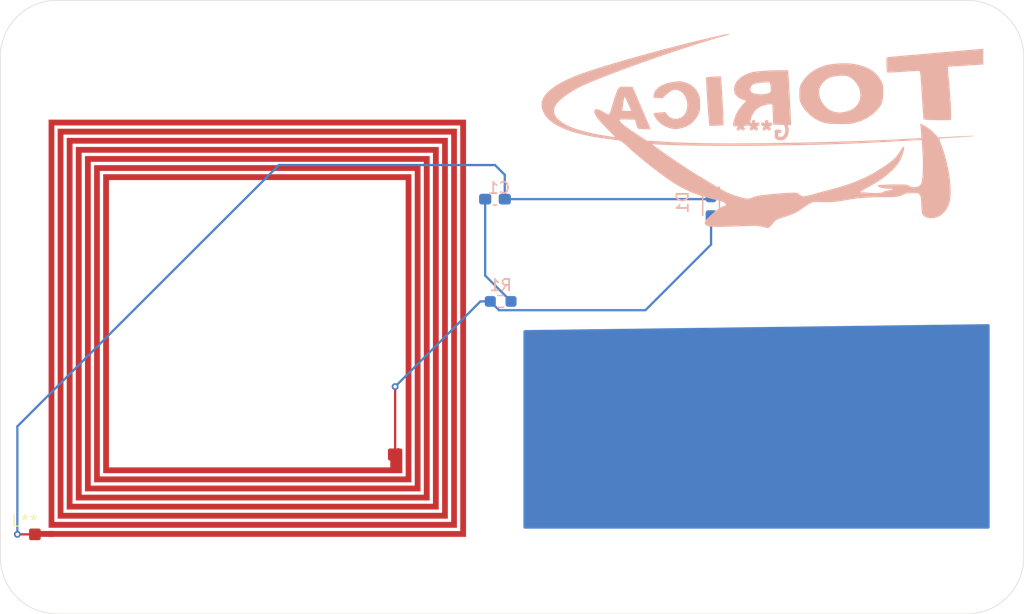
<source format=kicad_pcb>
(kicad_pcb (version 20241229) (generator "pcbnew") (generator_version "9.0")
  (layers (0 "F.Cu" signal) (2 "B.Cu" signal) (13 "F.Paste" user) (15 "B.Paste" user) (5 "F.SilkS" user "F.Silkscreen") (7 "B.SilkS" user "B.Silkscreen") (1 "F.Mask" user) (3 "B.Mask" user) (25 "Edge.Cuts" user))
  (net 0 "")
  (net 1 "Net-(D1-K)")
  (net 2 "Net-(C1-Pad2)")
  (net 3 "Net-(D1-A)")
  (footprint "lib:NFC_COIL_36.7x36.7_3uH" (layer "F.Cu") (at 113.25 90.2125)
    (property "Reference" "L**" (at -2.11 -1.4 0) (layer "F.SilkS") (effects (font (thickness 0.1))))
    (property "Value" "3.00 uH")
    (fp_rect (start -0.67 -0.41) (end 0.41 -0.09) (stroke (width 0.2)) (fill yes) (layer "F.Cu"))
    (fp_rect (start 30.14 -6.795) (end 31 -6.105) (stroke (width 0.2)) (fill yes) (layer "F.Cu"))
    (fp_poly (pts (xy 0 0) (xy 36.7 0) (xy 36.7 -36.7) (xy 0 -36.7) (xy 0 -0.8) (xy 35.9 -0.8) (xy 35.9 -35.9) (xy 0.8 -35.9) (xy 0.8 -1.6) (xy 35.1 -1.6) (xy 35.1 -35.1) (xy 1.6 -35.1) (xy 1.6 -2.4) (xy 34.3 -2.4) (xy 34.3 -34.3) (xy 2.4 -34.3) (xy 2.4 -3.2) (xy 33.5 -3.2) (xy 33.5 -33.5) (xy 3.2 -33.5) (xy 3.2 -4) (xy 32.7 -4) (xy 32.7 -32.7) (xy 4 -32.7) (xy 4 -4.8) (xy 31.9 -4.8) (xy 31.9 -31.9) (xy 4.8 -31.9) (xy 4.8 -5.6) (xy 31.1 -5.6) (xy 31.1 -6.1) (xy 30 -6.1) (xy 5.3 -6.1) (xy 5.3 -31.4) (xy 31.4 -31.4) (xy 31.4 -5.3) (xy 4.5 -5.3) (xy 4.5 -32.2) (xy 32.2 -32.2) (xy 32.2 -4.5) (xy 3.7 -4.5) (xy 3.7 -33) (xy 33 -33) (xy 33 -3.7) (xy 2.9 -3.7) (xy 2.9 -33.8) (xy 33.8 -33.8) (xy 33.8 -2.9) (xy 2.1 -2.9) (xy 2.1 -34.6) (xy 34.6 -34.6) (xy 34.6 -2.1) (xy 1.3 -2.1) (xy 1.3 -35.4) (xy 35.4 -35.4) (xy 35.4 -1.3) (xy 0.5 -1.3) (xy 0.5 -36.2) (xy 36.2 -36.2) (xy 36.2 -0.5) (xy 0 -0.5)) (stroke (width 0.01)) (fill yes) (layer "F.Cu"))
    (pad "1" smd roundrect (at 30.470625 -7.23875) (size 1.26125 1.0625) (layers "F.Cu" "F.Mask" "F.Paste") (roundrect_rratio 0.15) (net 3 "Net-(D1-A)"))
    (pad "2" smd roundrect (at -1.20875 -0.2125) (size 1.0225 1.025) (layers "F.Cu" "F.Mask" "F.Paste") (roundrect_rratio 0.15) (net 1 "Net-(D1-K)"))
  )
  (footprint "Capacitor_SMD:C_0603_1608Metric_Pad1.08x0.95mm_HandSolder" (layer "B.Cu") (at 152.5 60.5 180)
    (property "Reference" "C1" (at -0.35 0.99 0) (layer "B.SilkS") (effects (justify mirror)))
    (property "Value" "C")
    (fp_line (start -0.146267 0.51) (end 0.146267 0.51) (stroke (width 0.12)) (layer "B.SilkS"))
    (fp_line (start -0.146267 -0.51) (end 0.146267 -0.51) (stroke (width 0.12)) (layer "B.SilkS"))
    (pad "1" smd roundrect (at -0.8625 0 180) (size 1.075 0.95) (layers "B.Cu" "B.Mask" "B.Paste") (net 1 "Net-(D1-K)"))
    (pad "2" smd roundrect (at 0.8625 0 180) (size 1.075 0.95) (layers "B.Cu" "B.Mask" "B.Paste") (net 2 "Net-(C1-Pad2)"))
  )
  (footprint "lib:TORICA_LOGO" (layer "B.Cu") (at 176 54.5 180)
    (property "Reference" "G***" (at 0 0 0) (layer "B.SilkS") (effects (font (size 1.5 1.5) (thickness 0.3)) (justify mirror)))
    (property "Value" "LOGO" (hide yes))
    (fp_poly (pts (xy 4.028364 4.794973) (xy 4.255147 4.783218) (xy 4.48478 4.767654) (xy 4.691357 4.749855) (xy 4.848972 4.731393) (xy 4.931721 4.713839) (xy 4.935016 4.71211) (xy 4.94065 4.655024) (xy 4.93873 4.505314) (xy 4.930193 4.276965) (xy 4.915973 3.983962) (xy 4.897009 3.640291) (xy 4.874235 3.259938) (xy 4.848589 2.856888) (xy 4.821005 2.445126) (xy 4.792421 2.038638) (xy 4.763773 1.65141) (xy 4.735997 1.297426) (xy 4.710028 0.990673) (xy 4.686804 0.745135) (xy 4.66726 0.574799) (xy 4.652697 0.494632) (xy 4.588475 0.439894) (xy 4.560309 0.439068) (xy 4.480409 0.445424) (xy 4.31983 0.453538) (xy 4.104801 0.462192) (xy 3.943683 0.467675) (xy 3.395578 0.485005) (xy 3.397426 0.737135) (xy 3.401091 0.896033) (xy 3.409863 1.131815) (xy 3.422947 1.430288) (xy 3.43955 1.777259) (xy 3.458877 2.158534) (xy 3.480136 2.559921) (xy 3.502533 2.967226) (xy 3.525273 3.366256) (xy 3.547563 3.742817) (xy 3.56861 4.082717) (xy 3.58762 4.371762) (xy 3.603799 4.595758) (xy 3.616353 4.740514) (xy 3.624159 4.791669) (xy 3.686964 4.800771) (xy 3.830334 4.801348)) (fill yes) (layer "B.SilkS"))
    (fp_poly (pts (xy 7.480111 4.368804) (xy 7.715764 4.338435) (xy 7.856176 4.316523) (xy 8.37269 4.20314) (xy 8.79899 4.044437) (xy 9.133027 3.841885) (xy 9.372756 3.596959) (xy 9.516129 3.311133) (xy 9.55775 3.091551) (xy 9.571789 2.914317) (xy 9.157641 2.898704) (xy 8.743493 2.883091) (xy 8.377587 3.226747) (xy 8.125667 3.440808) (xy 7.907635 3.57034) (xy 7.703167 3.623006) (xy 7.491941 3.606466) (xy 7.419688 3.587833) (xy 7.146767 3.457653) (xy 6.925559 3.254189) (xy 6.758037 2.995377) (xy 6.646175 2.699151) (xy 6.591947 2.383447) (xy 6.597327 2.066201) (xy 6.664289 1.765346) (xy 6.794807 1.498818) (xy 6.990854 1.284553) (xy 7.154863 1.181558) (xy 7.460921 1.081923) (xy 7.759012 1.07436) (xy 8.030848 1.15447) (xy 8.25814 1.317852) (xy 8.378966 1.476036) (xy 8.492071 1.667733) (xy 8.978456 1.630066) (xy 9.248673 1.607311) (xy 9.425957 1.5828) (xy 9.524075 1.547529) (xy 9.556797 1.492491) (xy 9.537889 1.408683) (xy 9.486425 1.297809) (xy 9.250189 0.937194) (xy 8.933276 0.63269) (xy 8.552582 0.396617) (xy 8.125001 0.241295) (xy 8.000385 0.214178) (xy 7.77366 0.178175) (xy 7.58469 0.16829) (xy 7.38887 0.185875) (xy 7.141596 0.232282) (xy 7.098693 0.241513) (xy 6.645233 0.388981) (xy 6.256818 0.620884) (xy 5.931827 0.938531) (xy 5.668638 1.343233) (xy 5.623534 1.434186) (xy 5.546295 1.605455) (xy 5.497006 1.747921) (xy 5.469539 1.895097) (xy 5.457769 2.08049) (xy 5.455571 2.33761) (xy 5.455602 2.352843) (xy 5.461129 2.641511) (xy 5.479339 2.857172) (xy 5.51499 3.03347) (xy 5.572841 3.204051) (xy 5.577701 3.216288) (xy 5.786325 3.600887) (xy 6.073469 3.915347) (xy 6.432642 4.154422) (xy 6.857351 4.312864) (xy 6.964785 4.337587) (xy 7.13859 4.367577) (xy 7.299042 4.37825)) (fill yes) (layer "B.SilkS"))
    (fp_poly (pts (xy -19.023264 7.200897) (xy -18.72691 7.176422) (xy -18.360008 7.14556) (xy -17.932551 7.109189) (xy -17.454532 7.068189) (xy -16.935944 7.023439) (xy -16.386782 6.975818) (xy -15.817037 6.926206) (xy -15.236703 6.875481) (xy -14.655774 6.824523) (xy -14.084243 6.774212) (xy -13.532104 6.725426) (xy -13.009349 6.679045) (xy -12.525972 6.635949) (xy -12.091966 6.597015) (xy -11.717324 6.563124) (xy -11.412041 6.535155) (xy -11.186108 6.513987) (xy -11.04952 6.500499) (xy -11.012083 6.496032) (xy -10.965298 6.480716) (xy -10.934891 6.445414) (xy -10.918298 6.371521) (xy -10.912951 6.240434) (xy -10.916286 6.033547) (xy -10.922094 5.84346) (xy -10.931508 5.591551) (xy -10.941804 5.377666) (xy -10.951703 5.225161) (xy -10.959571 5.158433) (xy -11.015994 5.14272) (xy -11.172975 5.138448) (xy -11.43188 5.14566) (xy -11.794073 5.164398) (xy -12.260918 5.194706) (xy -12.3767 5.202852) (xy -12.754791 5.228679) (xy -13.099134 5.250126) (xy -13.394924 5.266438) (xy -13.627354 5.27686) (xy -13.781618 5.280637) (xy -13.841833 5.277571) (xy -13.861982 5.234209) (xy -13.883465 5.115727) (xy -13.906742 4.916926) (xy -13.932277 4.632607) (xy -13.96053 4.257571) (xy -13.991963 3.786618) (xy -14.027038 3.214549) (xy -14.030994 3.147679) (xy -14.059151 2.683729) (xy -14.086795 2.253493) (xy -14.113063 1.868601) (xy -14.137092 1.540685) (xy -14.158022 1.281375) (xy -14.174989 1.102303) (xy -14.18713 1.015098) (xy -14.189566 1.00871) (xy -14.25185 0.996648) (xy -14.401406 0.984705) (xy -14.61856 0.973403) (xy -14.883639 0.963267) (xy -15.176968 0.95482) (xy -15.478874 0.948584) (xy -15.769681 0.945084) (xy -16.029717 0.944843) (xy -16.239307 0.948385) (xy -16.322843 0.951953) (xy -16.60358 0.968116) (xy -16.602968 1.700585) (xy -16.597438 1.963755) (xy -16.582243 2.30816) (xy -16.558938 2.708675) (xy -16.529078 3.140178) (xy -16.49422 3.577547) (xy -16.469896 3.850106) (xy -16.434219 4.238654) (xy -16.402133 4.601286) (xy -16.374995 4.921578) (xy -16.354164 5.183108) (xy -16.340998 5.369452) (xy -16.336823 5.459515) (xy -16.336211 5.651871) (xy -16.93779 5.686222) (xy -17.203865 5.701949) (xy -17.5419 5.722723) (xy -17.917153 5.746367) (xy -18.294881 5.770704) (xy -18.488527 5.783424) (xy -19.437685 5.846276) (xy -19.437685 6.540458) (xy -19.437685 7.234641)) (fill yes) (layer "B.SilkS"))
    (fp_poly (pts (xy -6.788067 5.946234) (xy -6.331567 5.910757) (xy -5.908905 5.854369) (xy -5.55432 5.778928) (xy -5.535991 5.773846) (xy -4.992356 5.57767) (xy -4.499313 5.313904) (xy -4.069873 4.992365) (xy -3.717046 4.622873) (xy -3.453843 4.215245) (xy -3.443688 4.194892) (xy -3.361351 4.020854) (xy -3.308515 3.879741) (xy -3.278672 3.738203) (xy -3.265317 3.562889) (xy -3.261945 3.320448) (xy -3.261896 3.26302) (xy -3.26434 3.001479) (xy -3.275883 2.813091) (xy -3.302835 2.664098) (xy -3.35151 2.520743) (xy -3.428218 2.349268) (xy -3.435715 2.333408) (xy -3.620662 2.025021) (xy -3.878301 1.707377) (xy -4.181105 1.408562) (xy -4.50155 1.156659) (xy -4.717701 1.025329) (xy -4.979789 0.892054) (xy -5.204073 0.791814) (xy -5.413977 0.719575) (xy -5.632927 0.670305) (xy -5.884348 0.638971) (xy -6.191665 0.620538) (xy -6.578304 0.609973) (xy -6.657474 0.60853) (xy -7.071733 0.604328) (xy -7.398736 0.608511) (xy -7.657914 0.622013) (xy -7.8687 0.645764) (xy -8.021053 0.673982) (xy -8.66013 0.863167) (xy -9.235215 1.133194) (xy -9.741238 1.481302) (xy -10.070582 1.790036) (xy -10.289897 2.045192) (xy -10.446795 2.286033) (xy -10.550673 2.539094) (xy -10.610925 2.830908) (xy -10.631322 3.110812) (xy -8.630423 3.110812) (xy -8.594131 2.836806) (xy -8.553495 2.682637) (xy -8.402436 2.355181) (xy -8.160939 2.084065) (xy -7.829904 1.869995) (xy -7.410233 1.71368) (xy -7.277673 1.680519) (xy -6.83285 1.625073) (xy -6.412903 1.663129) (xy -6.042709 1.788938) (xy -5.725719 1.993686) (xy -5.447821 2.268317) (xy -5.224344 2.589869) (xy -5.070615 2.93538) (xy -5.001964 3.281887) (xy -4.99979 3.351276) (xy -5.032678 3.687773) (xy -5.140228 3.974441) (xy -5.335766 4.243267) (xy -5.39972 4.311191) (xy -5.647791 4.526425) (xy -5.919662 4.680582) (xy -6.237742 4.782051) (xy -6.624433 4.839224) (xy -6.848504 4.853732) (xy -7.101901 4.862577) (xy -7.279435 4.859591) (xy -7.411926 4.840478) (xy -7.530191 4.800941) (xy -7.656363 4.741093) (xy -7.980674 4.521179) (xy -8.257101 4.225055) (xy -8.462125 3.880646) (xy -8.528502 3.70562) (xy -8.608903 3.385823) (xy -8.630423 3.110812) (xy -10.631322 3.110812) (xy -10.636947 3.188011) (xy -10.640056 3.398353) (xy -10.639475 3.672247) (xy -10.632802 3.868497) (xy -10.614455 4.016403) (xy -10.578854 4.145267) (xy -10.520415 4.284391) (xy -10.439543 4.450966) (xy -10.196604 4.83808) (xy -9.877267 5.166796) (xy -9.477205 5.439719) (xy -8.992089 5.659454) (xy -8.417593 5.828606) (xy -8.018188 5.908613) (xy -7.665617 5.947021) (xy -7.244163 5.958942)) (fill yes) (layer "B.SilkS"))
    (fp_poly (pts (xy -1.56083 5.346576) (xy -1.108936 5.340471) (xy -0.65134 5.324143) (xy -0.208086 5.299084) (xy 0.200785 5.266788) (xy 0.555229 5.228744) (xy 0.835202 5.186446) (xy 0.962526 5.158757) (xy 1.411885 5.004056) (xy 1.793534 4.796188) (xy 2.099547 4.542961) (xy 2.321997 4.252186) (xy 2.452957 3.93167) (xy 2.486526 3.657443) (xy 2.441155 3.358333) (xy 2.303948 3.109771) (xy 2.07326 2.909933) (xy 1.747449 2.756999) (xy 1.644315 2.723913) (xy 1.507631 2.68069) (xy 1.426614 2.649597) (xy 1.417052 2.642762) (xy 1.452105 2.601311) (xy 1.545485 2.50307) (xy 1.67952 2.366495) (xy 1.731979 2.31384) (xy 2.066127 1.905016) (xy 2.328739 1.42043) (xy 2.450198 1.096211) (xy 2.508621 0.878436) (xy 2.543429 0.676202) (xy 2.552361 0.514411) (xy 2.533152 0.417965) (xy 2.513262 0.402192) (xy 2.442155 0.402175) (xy 2.286635 0.409442) (xy 2.068896 0.422756) (xy 1.811133 0.440875) (xy 1.783125 0.44297) (xy 1.106461 0.493878) (xy 1.071781 0.741571) (xy 0.961773 1.190848) (xy 0.770208 1.575588) (xy 0.503365 1.889673) (xy 0.16752 2.126984) (xy -0.231048 2.281403) (xy -0.567261 2.339129) (xy -0.744178 2.351549) (xy -0.840219 2.344105) (xy -0.880507 2.311144) (xy -0.88922 2.266691) (xy -0.893796 2.179327) (xy -0.901749 2.006795) (xy -0.912116 1.770785) (xy -0.923934 1.492988) (xy -0.929325 1.36358) (xy -0.962527 0.561475) (xy -1.737896 0.531816) (xy -2.014045 0.522269) (xy -2.249735 0.516049) (xy -2.425516 0.513519) (xy -2.521936 0.515042) (xy -2.534037 0.51694) (xy -2.535757 0.571445) (xy -2.531986 0.719395) (xy -2.523418 0.947467) (xy -2.510745 1.242337) (xy -2.49466 1.590681) (xy -2.475856 1.979177) (xy -2.455025 2.3945) (xy -2.432861 2.823327) (xy -2.410055 3.252336) (xy -2.390453 3.610592) (xy -0.753415 3.610592) (xy -0.71401 3.452026) (xy -0.614204 3.354703) (xy -0.515192 3.316342) (xy -0.241975 3.251027) (xy -0.008913 3.222481) (xy 0.233354 3.227949) (xy 0.500165 3.259692) (xy 0.695432 3.299686) (xy 0.858771 3.353856) (xy 0.941323 3.400588) (xy 1.023776 3.540818) (xy 1.035686 3.722401) (xy 0.977616 3.906808) (xy 0.932921 3.97529) (xy 0.841197 4.064107) (xy 0.713628 4.131452) (xy 0.533124 4.181863) (xy 0.282593 4.219884) (xy -0.055057 4.250054) (xy -0.117617 4.25441) (xy -0.36808 4.272022) (xy -0.532173 4.275265) (xy -0.63047 4.250711) (xy -0.683546 4.184931) (xy -0.711974 4.064495) (xy -0.736328 3.875975) (xy -0.739945 3.848206) (xy -0.753415 3.610592) (xy -2.390453 3.610592) (xy -2.387301 3.668201) (xy -2.365292 4.057601) (xy -2.34472 4.407211) (xy -2.326278 4.703707) (xy -2.310659 4.933768) (xy -2.298555 5.084068) (xy -2.294699 5.120106) (xy -2.266079 5.347369)) (fill yes) (layer "B.SilkS"))
    (fp_poly (pts (xy 3.08744 8.521353) (xy 3.362159 8.471552) (xy 3.714987 8.39959) (xy 4.137579 8.307505) (xy 4.621592 8.197335) (xy 5.158682 8.071117) (xy 5.740502 7.930889) (xy 6.35871 7.778688) (xy 7.004961 7.616551) (xy 7.67091 7.446516) (xy 8.348213 7.270621) (xy 9.028526 7.090903) (xy 9.703503 6.9094) (xy 10.364802 6.728149) (xy 11.004076 6.549187) (xy 11.122526 6.515564) (xy 12.092434 6.2374) (xy 12.965615 5.981989) (xy 13.749246 5.746746) (xy 14.4505 5.529085) (xy 15.076554 5.32642) (xy 15.634582 5.136165) (xy 16.131761 4.955735) (xy 16.575266 4.782543) (xy 16.972271 4.614005) (xy 17.329953 4.447533) (xy 17.655487 4.280543) (xy 17.956048 4.110448) (xy 18.181052 3.971858) (xy 18.640632 3.64057) (xy 18.993655 3.301201) (xy 19.240223 2.953461) (xy 19.380442 2.597063) (xy 19.414417 2.231716) (xy 19.342252 1.857133) (xy 19.164052 1.473023) (xy 19.114915 1.393822) (xy 18.832661 1.049389) (xy 18.447726 0.729383) (xy 17.96168 0.434373) (xy 17.376093 0.164925) (xy 16.692537 -0.078392) (xy 15.912582 -0.29501) (xy 15.037797 -0.48436) (xy 14.069755 -0.645876) (xy 13.148249 -0.763834) (xy 12.913018 -0.789908) (xy 12.731866 -0.814688) (xy 12.586155 -0.848122) (xy 12.457244 -0.900157) (xy 12.326493 -0.980742) (xy 12.175262 -1.099824) (xy 11.98491 -1.267352) (xy 11.736799 -1.493273) (xy 11.67378 -1.550736) (xy 11.239765 -1.935884) (xy 10.761139 -2.342661) (xy 10.253833 -2.758748) (xy 9.733777 -3.171827) (xy 9.216901 -3.569577) (xy 8.719136 -3.93968) (xy 8.256412 -4.269817) (xy 7.84466 -4.547668) (xy 7.596598 -4.703668) (xy 7.134715 -4.970381) (xy 6.687263 -5.200763) (xy 6.232153 -5.403566) (xy 5.747293 -5.587546) (xy 5.210595 -5.761456) (xy 4.599967 -5.934051) (xy 4.283604 -6.016581) (xy 3.924159 -6.111141) (xy 3.656723 -6.188554) (xy 3.468551 -6.253238) (xy 3.3469 -6.309611) (xy 3.279028 -6.362093) (xy 3.275716 -6.366038) (xy 3.197431 -6.480923) (xy 3.20569 -6.547506) (xy 3.309202 -6.588272) (xy 3.366358 -6.600005) (xy 3.581681 -6.678726) (xy 3.849825 -6.841709) (xy 4.164225 -7.084274) (xy 4.518313 -7.401742) (xy 4.595863 -7.476286) (xy 4.800414 -7.68019) (xy 4.936073 -7.830137) (xy 5.014942 -7.942014) (xy 5.049124 -8.031703) (xy 5.053262 -8.076633) (xy 5.043439 -8.17094) (xy 5.008546 -8.249505) (xy 4.940455 -8.313243) (xy 4.831033 -8.363066) (xy 4.672149 -8.399888) (xy 4.455672 -8.424621) (xy 4.173471 -8.43818) (xy 3.817416 -8.441478) (xy 3.379374 -8.435427) (xy 2.851215 -8.420942) (xy 2.224808 -8.398936) (xy 2.194165 -8.397783) (xy 1.711825 -8.379801) (xy 1.322875 -8.366285) (xy 1.01384 -8.357514) (xy 0.771245 -8.353766) (xy 0.581615 -8.355322) (xy 0.431474 -8.362461) (xy 0.307347 -8.375463) (xy 0.195759 -8.394606) (xy 0.083234 -8.420171) (xy -0.00891 -8.443478) (xy -0.21687 -8.495127) (xy -0.38795 -8.534242) (xy -0.493528 -8.554395) (xy -0.508889 -8.555789) (xy -0.581356 -8.519815) (xy -0.690441 -8.429052) (xy -0.740611 -8.379155) (xy -0.886839 -8.215905) (xy -1.031072 -8.040233) (xy -1.053832 -8.010546) (xy -1.122203 -7.929709) (xy -1.20269 -7.86331) (xy -1.314785 -7.8018) (xy -1.477981 -7.735625) (xy -1.711769 -7.655234) (xy -1.909411 -7.591282) (xy -2.296509 -7.463238) (xy -2.607484 -7.348071) (xy -2.869925 -7.232555) (xy -3.111422 -7.103464) (xy -3.359565 -6.947572) (xy -3.602907 -6.77944) (xy -3.886261 -6.580578) (xy -4.105941 -6.43665) (xy -4.284598 -6.339459) (xy -4.444885 -6.280807) (xy -4.609455 -6.252499) (xy -4.800958 -6.246337) (xy -5.042048 -6.254124) (xy -5.053264 -6.25462) (xy -5.512731 -6.270112) (xy -5.903152 -6.269953) (xy -6.261627 -6.25156) (xy -6.625254 -6.21235) (xy -7.031135 -6.149741) (xy -7.331189 -6.096015) (xy -7.824438 -6.011137) (xy -8.296867 -5.945076) (xy -8.772304 -5.89595) (xy -9.274573 -5.861877) (xy -9.827501 -5.840975) (xy -10.454912 -5.831362) (xy -10.694738 -5.830319) (xy -11.13768 -5.826893) (xy -11.488481 -5.817321) (xy -11.761865 -5.799647) (xy -11.972556 -5.771916) (xy -12.135277 -5.732172) (xy -12.264754 -5.67846) (xy -12.375709 -5.608824) (xy -12.378633 -5.606669) (xy -12.45952 -5.558896) (xy -12.563764 -5.526833) (xy -12.714252 -5.506942) (xy -12.93387 -5.495686) (xy -13.124794 -5.491319) (xy -13.728823 -5.481052) (xy -13.842728 -5.631943) (xy -13.889921 -5.706218) (xy -13.923858 -5.797155) (xy -13.947819 -5.925157) (xy -13.965084 -6.110629) (xy -13.978934 -6.373977) (xy -13.984581 -6.514258) (xy -14.004254 -6.883135) (xy -14.031295 -7.148395) (xy -14.066081 -7.313138) (xy -14.087133 -7.35977) (xy -14.257144 -7.527543) (xy -14.494078 -7.63515) (xy -14.77613 -7.682134) (xy -15.081495 -7.668041) (xy -15.38837 -7.592413) (xy -15.674949 -7.454794) (xy -15.762518 -7.394826) (xy -16.016702 -7.150278) (xy -16.241204 -6.828601) (xy -16.416723 -6.459114) (xy -16.458831 -6.337346) (xy -16.534995 -5.981185) (xy -16.569911 -5.542548) (xy -16.565696 -5.036719) (xy -16.524466 -4.478981) (xy -16.448339 -3.88462) (xy -16.339431 -3.268919) (xy -16.296145 -3.076088) (xy -14.127604 -3.076088) (xy -14.119362 -3.546598) (xy -14.096443 -3.957963) (xy -14.059443 -4.2963) (xy -14.008959 -4.547726) (xy -13.985796 -4.61909) (xy -13.873408 -4.775956) (xy -13.691055 -4.885944) (xy -13.467394 -4.943551) (xy -13.231079 -4.943278) (xy -13.010764 -4.879622) (xy -12.917958 -4.824089) (xy -12.85378 -4.781105) (xy -12.7836 -4.749988) (xy -12.68987 -4.728833) (xy -12.555047 -4.715733) (xy -12.361585 -4.708782) (xy -12.091939 -4.706075) (xy -11.827918 -4.705683) (xy -11.29161 -4.709081) (xy -10.859788 -4.7194) (xy -10.5302 -4.736828) (xy -10.300598 -4.761553) (xy -10.16873 -4.793765) (xy -10.132348 -4.833652) (xy -10.139638 -4.847048) (xy -10.253677 -4.923211) (xy -10.448438 -4.991076) (xy -10.697715 -5.044461) (xy -10.975305 -5.077185) (xy -11.145601 -5.084342) (xy -11.346981 -5.087647) (xy -11.454537 -5.094926) (xy -11.481391 -5.110356) (xy -11.440667 -5.138119) (xy -11.389896 -5.162141) (xy -11.224512 -5.212741) (xy -11.036511 -5.237602) (xy -11.01979 -5.238008) (xy -10.860216 -5.259402) (xy -10.73644 -5.309016) (xy -10.721608 -5.32051) (xy -10.559445 -5.404428) (xy -10.299775 -5.45275) (xy -9.946076 -5.465083) (xy -9.595052 -5.448568) (xy -9.335415 -5.4303) (xy -9.091874 -5.415167) (xy -8.899301 -5.405241) (xy -8.823159 -5.402657) (xy -8.609264 -5.398463) (xy -8.742948 -5.293994) (xy -8.844538 -5.226597) (xy -9.01545 -5.125481) (xy -9.22978 -5.005598) (xy -9.411369 -4.908187) (xy -10.012651 -4.565295) (xy -10.566812 -4.196534) (xy -11.06275 -3.811388) (xy -11.489359 -3.41934) (xy -11.835535 -3.029872) (xy -12.090175 -2.652467) (xy -12.121868 -2.593473) (xy -12.244879 -2.333279) (xy -12.347199 -2.074395) (xy -12.424897 -1.8331) (xy -12.474045 -1.625673) (xy -12.490713 -1.468393) (xy -12.470972 -1.377539) (xy -12.418066 -1.366307) (xy -12.361956 -1.421389) (xy -12.268784 -1.546997) (xy -12.15454 -1.720795) (xy -12.096754 -1.815046) (xy -11.931073 -2.065164) (xy -11.74039 -2.296831) (xy -11.509968 -2.523429) (xy -11.225072 -2.758339) (xy -10.870966 -3.014941) (xy -10.50758 -3.258132) (xy -9.849928 -3.66205) (xy -9.181941 -4.019958) (xy -8.484919 -4.339651) (xy -7.740161 -4.628924) (xy -6.928967 -4.895573) (xy -6.032636 -5.147393) (xy -5.882106 -5.18631) (xy -5.530115 -5.277099) (xy -5.178756 -5.369076) (xy -4.854586 -5.455192) (xy -4.58416 -5.5284) (xy -4.41158 -5.576592) (xy -4.091623 -5.665797) (xy -3.854342 -5.722707) (xy -3.680597 -5.747757) (xy -3.551246 -5.741381) (xy -3.447149 -5.704014) (xy -3.349166 -5.636092) (xy -3.308746 -5.60165) (xy -3.206626 -5.517037) (xy -3.116171 -5.465508) (xy -3.006483 -5.43888) (xy -2.846663 -5.42897) (xy -2.651511 -5.427578) (xy -2.441269 -5.433393) (xy -2.147676 -5.44954) (xy -1.793621 -5.474076) (xy -1.401993 -5.505056) (xy -0.995681 -5.540535) (xy -0.597573 -5.57857) (xy -0.23056 -5.617216) (xy 0.082471 -5.654528) (xy 0.189247 -5.668898) (xy 0.437464 -5.717768) (xy 0.710919 -5.792219) (xy 0.884405 -5.85158) (xy 1.035306 -5.907623) (xy 1.160676 -5.942585) (xy 1.282473 -5.954897) (xy 1.422656 -5.942993) (xy 1.603184 -5.905303) (xy 1.846017 -5.84026) (xy 2.11221 -5.763918) (xy 2.44401 -5.661712) (xy 2.746291 -5.552898) (xy 3.040915 -5.42712) (xy 3.349745 -5.274021) (xy 3.694643 -5.083243) (xy 4.097472 -4.844432) (xy 4.251157 -4.750673) (xy 4.595705 -4.539553) (xy 4.983041 -4.302552) (xy 5.373903 -4.063675) (xy 5.729028 -3.846925) (xy 5.855368 -3.769914) (xy 6.440175 -3.405071) (xy 7.070745 -2.996601) (xy 7.713748 -2.566848) (xy 8.335859 -2.138155) (xy 8.90375 -1.732863) (xy 9.010315 -1.654794) (xy 9.678736 -1.162606) (xy 9.197473 -1.193945) (xy 8.775323 -1.217004) (xy 8.257063 -1.23786) (xy 7.653508 -1.256413) (xy 6.975475 -1.272563) (xy 6.23378 -1.286209) (xy 5.439238 -1.297249) (xy 4.602666 -1.305584) (xy 3.734879 -1.311112) (xy 2.846695 -1.313732) (xy 1.948929 -1.313344) (xy 1.052397 -1.309847) (xy 0.167915 -1.30314) (xy -0.693701 -1.293122) (xy -0.986096 -1.288843) (xy -2.149929 -1.26979) (xy -3.223291 -1.249799) (xy -4.22266 -1.228276) (xy -5.164511 -1.204629) (xy -6.06532 -1.178265) (xy -6.941565 -1.148592) (xy -7.809722 -1.115017) (xy -8.686266 -1.076946) (xy -9.587675 -1.033788) (xy -10.530425 -0.98495) (xy -11.530992 -0.929839) (xy -12.474174 -0.875577) (xy -12.864902 -0.853551) (xy -13.219755 -0.835124) (xy -13.525037 -0.82088) (xy -13.767051 -0.811406) (xy -13.932099 -0.807285) (xy -14.006486 -0.809101) (xy -14.009156 -0.810067) (xy -14.018652 -0.867806) (xy -14.032499 -1.016746) (xy -14.049551 -1.241282) (xy -14.068659 -1.525809) (xy -14.088674 -1.854723) (xy -14.097676 -2.01316) (xy -14.120575 -2.560314) (xy -14.127604 -3.076088) (xy -16.296145 -3.076088) (xy -16.199861 -2.647163) (xy -16.031743 -2.034636) (xy -15.837197 -1.446622) (xy -15.749088 -1.213119) (xy -15.649419 -0.942761) (xy -15.598414 -0.763854) (xy -15.596455 -0.677847) (xy -15.605453 -0.670386) (xy -15.673252 -0.662576) (xy -15.83356 -0.649484) (xy -16.072124 -0.632109) (xy -16.37469 -0.611449) (xy -16.727004 -0.588501) (xy -17.114813 -0.564264) (xy -17.165053 -0.561195) (xy -17.657851 -0.530192) (xy -18.057452 -0.502976) (xy -18.361907 -0.479754) (xy -18.569269 -0.460735) (xy -18.67759 -0.446124) (xy -18.684923 -0.43613) (xy -18.589319 -0.43096) (xy -18.390492 -0.430805) (xy -18.247108 -0.434538) (xy -18.016404 -0.443376) (xy -17.717839 -0.456445) (xy -17.370872 -0.472869) (xy -16.994965 -0.491774) (xy -16.764001 -0.503924) (xy -15.453896 -0.574028) (xy -15.37615 -0.460803) (xy -15.210378 -0.262558) (xy -14.974741 -0.038985) (xy -14.694988 0.187328) (xy -14.415917 0.381659) (xy -14.176692 0.528651) (xy -14.014105 0.612327) (xy -13.920468 0.635147) (xy -13.88809 0.599571) (xy -13.895735 0.548106) (xy -13.910347 0.45705) (xy -13.928411 0.286898) (xy -13.947216 0.065324) (xy -13.95858 -0.093578) (xy -13.994906 -0.641683) (xy -13.761874 -0.642201) (xy -13.628668 -0.64551) (xy -13.413045 -0.654307) (xy -13.13933 -0.667454) (xy -12.831849 -0.683812) (xy -12.646527 -0.694386) (xy -11.764205 -0.742524) (xy -10.80077 -0.788647) (xy -9.768127 -0.832502) (xy -8.678182 -0.873838) (xy -7.542841 -0.912403) (xy -6.374009 -0.947944) (xy -5.183592 -0.980209) (xy -3.983495 -1.008947) (xy -2.785624 -1.033905) (xy -1.601885 -1.054831) (xy -0.444184 -1.071472) (xy 0.675574 -1.083578) (xy 1.745484 -1.090895) (xy 2.753639 -1.093172) (xy 3.688134 -1.090156) (xy 4.537063 -1.081596) (xy 5.133473 -1.070879) (xy 5.644769 -1.059106) (xy 6.134651 -1.04701) (xy 6.590296 -1.034965) (xy 6.998882 -1.023346) (xy 7.347587 -1.012527) (xy 7.623588 -1.002883) (xy 7.814063 -0.994789) (xy 7.887368 -0.990426) (xy 8.057628 -0.978139) (xy 8.308681 -0.96128) (xy 8.614556 -0.941532) (xy 8.949281 -0.92058) (xy 9.197473 -0.905459) (xy 10.159999 -0.847559) (xy 10.855157 -0.390258) (xy 11.308649 -0.089174) (xy 11.677917 0.162818) (xy 11.970366 0.371778) (xy 12.193402 0.543767) (xy 12.354429 0.684843) (xy 12.460854 0.801068) (xy 12.520081 0.898501) (xy 12.539516 0.983204) (xy 12.539578 0.988206) (xy 12.489479 0.998758) (xy 12.352572 1.005392) (xy 12.148938 1.007634) (xy 11.898661 1.005011) (xy 11.861117 1.00423) (xy 11.182656 0.989264) (xy 11.090022 0.621895) (xy 11.038081 0.433787) (xy 10.989396 0.2877) (xy 10.954145 0.214021) (xy 10.953009 0.212868) (xy 10.887127 0.194607) (xy 10.746261 0.17732) (xy 10.556974 0.162239) (xy 10.345828 0.150596) (xy 10.139387 0.143622) (xy 9.964213 0.142548) (xy 9.846868 0.148605) (xy 9.81242 0.159994) (xy 9.832799 0.214266) (xy 9.89085 0.355796) (xy 9.981942 0.573617) (xy 10.101444 0.856762) (xy 10.244726 1.194263) (xy 10.407157 1.575153) (xy 10.488278 1.764632) (xy 11.529035 1.764632) (xy 11.89171 1.764632) (xy 12.078026 1.768323) (xy 12.217987 1.777999) (xy 12.281319 1.791566) (xy 12.281334 1.791581) (xy 12.28464 1.851331) (xy 12.274096 1.990387) (xy 12.253048 2.182497) (xy 12.224842 2.401413) (xy 12.192827 2.620883) (xy 12.160349 2.814658) (xy 12.135066 2.938764) (xy 12.113067 2.971269) (xy 12.073112 2.942258) (xy 12.011363 2.844518) (xy 11.92398 2.670838) (xy 11.807122 2.414006) (xy 11.656952 2.06681) (xy 11.602492 1.938422) (xy 11.529035 1.764632) (xy 10.488278 1.764632) (xy 10.584107 1.988465) (xy 10.603412 2.033463) (xy 11.394404 3.876843) (xy 11.846675 3.893113) (xy 12.147044 3.901451) (xy 12.361117 3.895025) (xy 12.509406 3.864483) (xy 12.612425 3.800475) (xy 12.690688 3.693652) (xy 12.764708 3.534662) (xy 12.795101 3.460809) (xy 12.866827 3.268687) (xy 12.956907 3.003556) (xy 13.055519 2.695575) (xy 13.152839 2.374903) (xy 13.187103 2.257166) (xy 13.279483 1.935055) (xy 13.351638 1.705392) (xy 13.416111 1.558822) (xy 13.485447 1.485988) (xy 13.57219 1.477536) (xy 13.688883 1.524109) (xy 13.848072 1.616352) (xy 13.957427 1.682647) (xy 14.254677 1.838811) (xy 14.489743 1.915973) (xy 14.658082 1.91755) (xy 14.75515 1.84696) (xy 14.776404 1.707623) (xy 14.7173 1.502955) (xy 14.573296 1.236377) (xy 14.565926 1.224818) (xy 14.453593 1.072536) (xy 14.280688 0.866559) (xy 14.06463 0.626372) (xy 13.822835 0.371459) (xy 13.626406 0.17379) (xy 13.406279 -0.04626) (xy 13.220705 -0.238413) (xy 13.080099 -0.391315) (xy 12.994876 -0.493615) (xy 12.975448 -0.533958) (xy 12.977006 -0.53417) (xy 13.091199 -0.524067) (xy 13.288611 -0.497262) (xy 13.547473 -0.457434) (xy 13.846017 -0.408263) (xy 14.162474 -0.35343) (xy 14.475077 -0.296616) (xy 14.762056 -0.241499) (xy 14.999368 -0.192261) (xy 15.675625 -0.029375) (xy 16.27263 0.144656) (xy 16.781986 0.327041) (xy 17.195299 0.514993) (xy 17.298174 0.571394) (xy 17.703792 0.832973) (xy 18.004816 1.092413) (xy 18.203447 1.353334) (xy 18.301884 1.619358) (xy 18.302326 1.894105) (xy 18.236429 2.115903) (xy 18.09114 2.359976) (xy 17.853063 2.628569) (xy 17.531451 2.914172) (xy 17.135554 3.209277) (xy 16.674624 3.506375) (xy 16.175789 3.788483) (xy 15.839695 3.955496) (xy 15.410311 4.150176) (xy 14.896729 4.369273) (xy 14.30804 4.609541) (xy 13.653336 4.86773) (xy 12.941708 5.140592) (xy 12.182249 5.424881) (xy 11.384051 5.717346) (xy 10.556204 6.014742) (xy 9.707801 6.313818) (xy 8.847933 6.611328) (xy 7.985693 6.904023) (xy 7.130171 7.188655) (xy 6.29046 7.461976) (xy 5.475651 7.720738) (xy 4.694837 7.961693) (xy 3.957108 8.181592) (xy 3.552813 8.298132) (xy 3.283316 8.376859) (xy 3.059527 8.446357) (xy 2.897273 8.501367) (xy 2.812385 8.53663) (xy 2.805709 8.546325) (xy 2.899175 8.546957)) (fill yes) (layer "B.SilkS"))
  )
  (footprint "LED_SMD:LED_0603_1608Metric_Pad1.05x0.95mm_HandSolder" (layer "B.Cu") (at 171.5 61.125 -90)
    (property "Reference" "D1" (at -0.35 2.5 90) (layer "B.SilkS") (effects (justify mirror)))
    (property "Value" "LED")
    (fp_line (start -1.66 0.735) (end -1.66 -0.735) (stroke (width 0.12)) (layer "B.SilkS"))
    (fp_line (start 0.8 0.735) (end -1.66 0.735) (stroke (width 0.12)) (layer "B.SilkS"))
    (fp_line (start -1.66 -0.735) (end 0.8 -0.735) (stroke (width 0.12)) (layer "B.SilkS"))
    (pad "1" smd roundrect (at -0.875 0 270) (size 1.05 0.95) (layers "B.Cu" "B.Mask" "B.Paste") (net 1 "Net-(D1-K)"))
    (pad "2" smd roundrect (at 0.875 0 270) (size 1.05 0.95) (layers "B.Cu" "B.Mask" "B.Paste") (net 3 "Net-(D1-A)"))
  )
  (footprint "Resistor_SMD:R_0603_1608Metric_Pad0.98x0.95mm_HandSolder" (layer "B.Cu") (at 153 69.5 180)
    (property "Reference" "R1" (at 0 1.43 0) (layer "B.SilkS") (effects (justify mirror)))
    (property "Value" "R")
    (fp_line (start -0.254724 0.5225) (end 0.254724 0.5225) (stroke (width 0.12)) (layer "B.SilkS"))
    (fp_line (start -0.254724 -0.5225) (end 0.254724 -0.5225) (stroke (width 0.12)) (layer "B.SilkS"))
    (pad "1" smd roundrect (at -0.9125 0 180) (size 0.975 0.95) (layers "B.Cu" "B.Mask" "B.Paste") (net 2 "Net-(C1-Pad2)"))
    (pad "2" smd roundrect (at 0.9125 0 180) (size 0.975 0.95) (layers "B.Cu" "B.Mask" "B.Paste") (net 3 "Net-(D1-A)"))
  )
  (gr_line (start 194 97) (end 114 97) (stroke (width 0.05)) (layer "Edge.Cuts"))
  (gr_line (start 109 92) (end 109 48) (stroke (width 0.05)) (layer "Edge.Cuts"))
  (gr_arc (start 114 97) (mid 110.464466 95.535534) (end 109 92) (stroke (width 0.05)) (layer "Edge.Cuts"))
  (gr_arc (start 109 48) (mid 110.464466 44.464466) (end 114 43) (stroke (width 0.05)) (layer "Edge.Cuts"))
  (gr_arc (start 199 92) (mid 197.535534 95.535534) (end 194 97) (stroke (width 0.05)) (layer "Edge.Cuts"))
  (gr_line (start 114 43) (end 194 43) (stroke (width 0.05)) (layer "Edge.Cuts"))
  (gr_line (start 199 48) (end 199 92) (stroke (width 0.05)) (layer "Edge.Cuts"))
  (gr_arc (start 194 43) (mid 197.535534 44.464466) (end 199 48) (stroke (width 0.05)) (layer "Edge.Cuts"))
  (segment (start 112.04125 90) (end 110.5 90) (width 0.2) (layer "F.Cu") (net 1))
  (via (at 110.5 90) (size 0.6) (drill 0.3) (layers "F.Cu" "B.Cu") (net 1))
  (segment (start 152.5 57.5) (end 153.3625 58.3625) (width 0.2) (layer "B.Cu") (net 1))
  (segment (start 110.5 90) (end 110.5 80.5) (width 0.2) (layer "B.Cu") (net 1))
  (segment (start 171.25 60.5) (end 171.5 60.25) (width 0.2) (layer "B.Cu") (net 1))
  (segment (start 110.5 80.5) (end 133.5 57.5) (width 0.2) (layer "B.Cu") (net 1))
  (segment (start 153.3625 60.5) (end 171.25 60.5) (width 0.2) (layer "B.Cu") (net 1))
  (segment (start 153.3625 58.3625) (end 153.3625 60.5) (width 0.2) (layer "B.Cu") (net 1))
  (segment (start 133.5 57.5) (end 152.5 57.5) (width 0.2) (layer "B.Cu") (net 1))
  (segment (start 151.6375 60.6375) (end 151.6375 67.225) (width 0.2) (layer "B.Cu") (net 2))
  (segment (start 151.6375 67.225) (end 153.9125 69.5) (width 0.2) (layer "B.Cu") (net 2))
  (segment (start 144 82.5) (end 144 82.949) (width 0.2) (layer "F.Cu") (net 3))
  (segment (start 143.720625 82.97375) (end 143.720625 77) (width 0.2) (layer "F.Cu") (net 3))
  (via (at 143.720625 77) (size 0.6) (drill 0.3) (layers "F.Cu" "B.Cu") (net 3))
  (segment (start 143.720625 77) (end 151.220625 69.5) (width 0.2) (layer "B.Cu") (net 3))
  (segment (start 171.5 62) (end 171.5 64.5) (width 0.2) (layer "B.Cu") (net 3))
  (segment (start 165.724 70.276) (end 152.8635 70.276) (width 0.2) (layer "B.Cu") (net 3))
  (segment (start 152.8635 70.276) (end 152.0875 69.5) (width 0.2) (layer "B.Cu") (net 3))
  (segment (start 151.220625 69.5) (end 152.0875 69.5) (width 0.2) (layer "B.Cu") (net 3))
  (segment (start 171.5 64.5) (end 165.724 70.276) (width 0.2) (layer "B.Cu") (net 3))
  (zone (net 0) (net_name "") (layer "B.Cu") (connect_pads (clearance 0.5)) (min_thickness 0.25) (fill yes (thermal_gap 0.5) (thermal_bridge_width 0.5) (island_removal_mode 1) (island_area_min 10))
    (polygon (pts (xy 196 71.5) (xy 155 72.025641) (xy 155 89.5) (xy 196 89.5)))
  )
)
</source>
